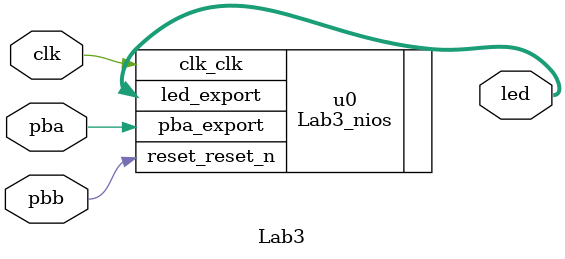
<source format=sv>
module Lab3 (
  input  bit       clk,
  input  bit       pbb,
  input  bit       pba,
  output bit [7:0] led
);

  Lab3_nios u0 (
    .clk_clk      (clk),  //   clk.clk
    .reset_reset_n(pbb),  //   reset.reset_n
    .led_export   (led),  //   led.export
    .pba_export   (pba)   //   pba.export
  );

endmodule

</source>
